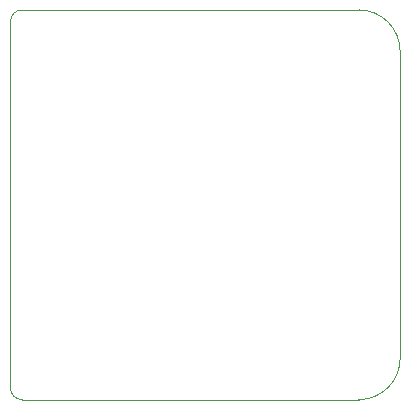
<source format=gbr>
G04 #@! TF.FileFunction,Profile,NP*
%FSLAX46Y46*%
G04 Gerber Fmt 4.6, Leading zero omitted, Abs format (unit mm)*
G04 Created by KiCad (PCBNEW 4.0.7-e2-6376~58~ubuntu16.04.1) date Mon Jan  7 01:20:08 2019*
%MOMM*%
%LPD*%
G01*
G04 APERTURE LIST*
%ADD10C,0.100000*%
G04 APERTURE END LIST*
D10*
X195500000Y-93500000D02*
G75*
G03X192000000Y-90000000I-3500000J0D01*
G01*
X192000000Y-123000000D02*
G75*
G03X195500000Y-119500000I0J3500000D01*
G01*
X162500000Y-122000000D02*
G75*
G03X163500000Y-123000000I1000000J0D01*
G01*
X163500000Y-90000000D02*
G75*
G03X162500000Y-91000000I0J-1000000D01*
G01*
X162500000Y-122000000D02*
X162500000Y-91000000D01*
X192000000Y-123000000D02*
X163500000Y-123000000D01*
X195500000Y-93500000D02*
X195500000Y-119500000D01*
X163500000Y-90000000D02*
X192000000Y-90000000D01*
M02*

</source>
